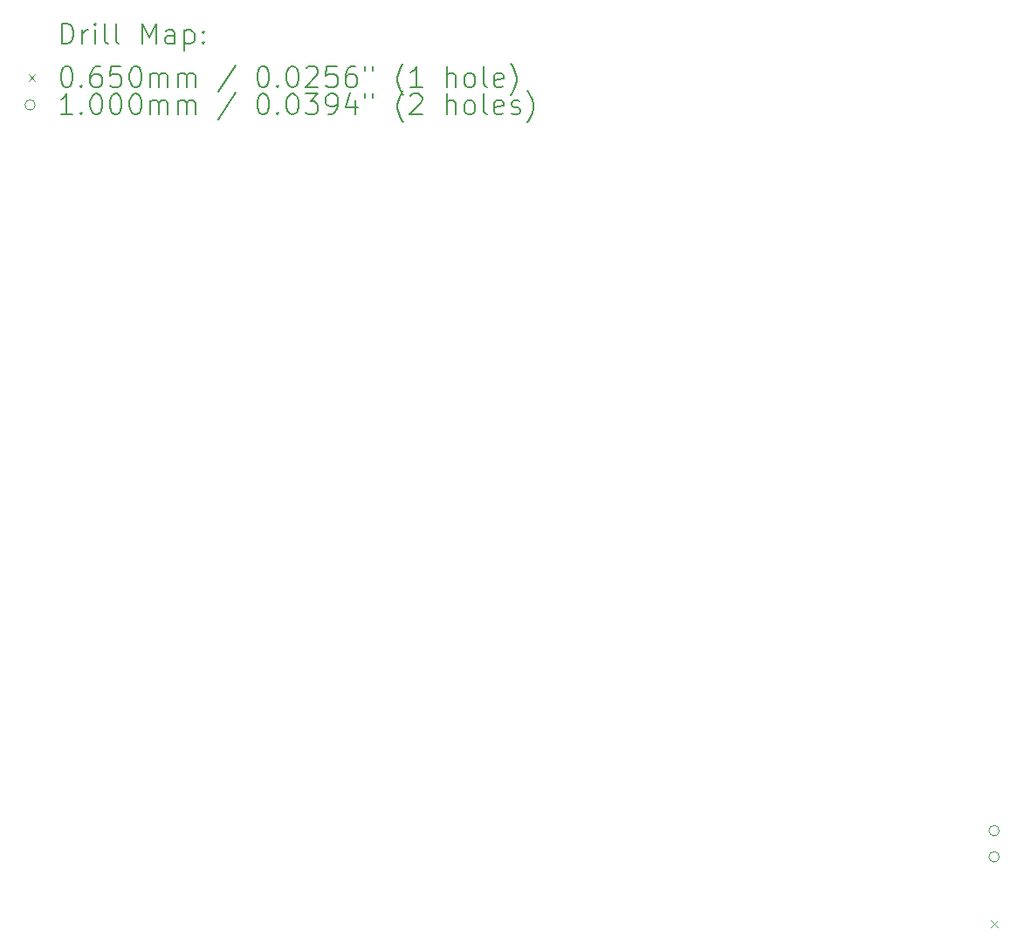
<source format=gbr>
%TF.GenerationSoftware,KiCad,Pcbnew,(6.0.10)*%
%TF.CreationDate,2023-01-16T00:42:21+03:00*%
%TF.ProjectId,stylo,7374796c-6f2e-46b6-9963-61645f706362,rev?*%
%TF.SameCoordinates,Original*%
%TF.FileFunction,Drillmap*%
%TF.FilePolarity,Positive*%
%FSLAX45Y45*%
G04 Gerber Fmt 4.5, Leading zero omitted, Abs format (unit mm)*
G04 Created by KiCad (PCBNEW (6.0.10)) date 2023-01-16 00:42:21*
%MOMM*%
%LPD*%
G01*
G04 APERTURE LIST*
%ADD10C,0.200000*%
%ADD11C,0.065000*%
%ADD12C,0.100000*%
G04 APERTURE END LIST*
D10*
D11*
X9267500Y-8817500D02*
X9332500Y-8882500D01*
X9332500Y-8817500D02*
X9267500Y-8882500D01*
D12*
X9350000Y-7947500D02*
G75*
G03*
X9350000Y-7947500I-50000J0D01*
G01*
X9350000Y-8201500D02*
G75*
G03*
X9350000Y-8201500I-50000J0D01*
G01*
D10*
X257619Y-310476D02*
X257619Y-110476D01*
X305238Y-110476D01*
X333810Y-120000D01*
X352857Y-139048D01*
X362381Y-158095D01*
X371905Y-196190D01*
X371905Y-224762D01*
X362381Y-262857D01*
X352857Y-281905D01*
X333810Y-300952D01*
X305238Y-310476D01*
X257619Y-310476D01*
X457619Y-310476D02*
X457619Y-177143D01*
X457619Y-215238D02*
X467143Y-196190D01*
X476667Y-186667D01*
X495714Y-177143D01*
X514762Y-177143D01*
X581429Y-310476D02*
X581429Y-177143D01*
X581429Y-110476D02*
X571905Y-120000D01*
X581429Y-129524D01*
X590952Y-120000D01*
X581429Y-110476D01*
X581429Y-129524D01*
X705238Y-310476D02*
X686190Y-300952D01*
X676667Y-281905D01*
X676667Y-110476D01*
X810000Y-310476D02*
X790952Y-300952D01*
X781428Y-281905D01*
X781428Y-110476D01*
X1038571Y-310476D02*
X1038571Y-110476D01*
X1105238Y-253333D01*
X1171905Y-110476D01*
X1171905Y-310476D01*
X1352857Y-310476D02*
X1352857Y-205714D01*
X1343333Y-186667D01*
X1324286Y-177143D01*
X1286190Y-177143D01*
X1267143Y-186667D01*
X1352857Y-300952D02*
X1333810Y-310476D01*
X1286190Y-310476D01*
X1267143Y-300952D01*
X1257619Y-281905D01*
X1257619Y-262857D01*
X1267143Y-243809D01*
X1286190Y-234286D01*
X1333810Y-234286D01*
X1352857Y-224762D01*
X1448095Y-177143D02*
X1448095Y-377143D01*
X1448095Y-186667D02*
X1467143Y-177143D01*
X1505238Y-177143D01*
X1524286Y-186667D01*
X1533809Y-196190D01*
X1543333Y-215238D01*
X1543333Y-272381D01*
X1533809Y-291429D01*
X1524286Y-300952D01*
X1505238Y-310476D01*
X1467143Y-310476D01*
X1448095Y-300952D01*
X1629048Y-291429D02*
X1638571Y-300952D01*
X1629048Y-310476D01*
X1619524Y-300952D01*
X1629048Y-291429D01*
X1629048Y-310476D01*
X1629048Y-186667D02*
X1638571Y-196190D01*
X1629048Y-205714D01*
X1619524Y-196190D01*
X1629048Y-186667D01*
X1629048Y-205714D01*
D11*
X-65000Y-607500D02*
X0Y-672500D01*
X0Y-607500D02*
X-65000Y-672500D01*
D10*
X295714Y-530476D02*
X314762Y-530476D01*
X333810Y-540000D01*
X343333Y-549524D01*
X352857Y-568571D01*
X362381Y-606667D01*
X362381Y-654286D01*
X352857Y-692381D01*
X343333Y-711428D01*
X333810Y-720952D01*
X314762Y-730476D01*
X295714Y-730476D01*
X276667Y-720952D01*
X267143Y-711428D01*
X257619Y-692381D01*
X248095Y-654286D01*
X248095Y-606667D01*
X257619Y-568571D01*
X267143Y-549524D01*
X276667Y-540000D01*
X295714Y-530476D01*
X448095Y-711428D02*
X457619Y-720952D01*
X448095Y-730476D01*
X438571Y-720952D01*
X448095Y-711428D01*
X448095Y-730476D01*
X629048Y-530476D02*
X590952Y-530476D01*
X571905Y-540000D01*
X562381Y-549524D01*
X543333Y-578095D01*
X533810Y-616190D01*
X533810Y-692381D01*
X543333Y-711428D01*
X552857Y-720952D01*
X571905Y-730476D01*
X610000Y-730476D01*
X629048Y-720952D01*
X638571Y-711428D01*
X648095Y-692381D01*
X648095Y-644762D01*
X638571Y-625714D01*
X629048Y-616190D01*
X610000Y-606667D01*
X571905Y-606667D01*
X552857Y-616190D01*
X543333Y-625714D01*
X533810Y-644762D01*
X829048Y-530476D02*
X733809Y-530476D01*
X724286Y-625714D01*
X733809Y-616190D01*
X752857Y-606667D01*
X800476Y-606667D01*
X819524Y-616190D01*
X829048Y-625714D01*
X838571Y-644762D01*
X838571Y-692381D01*
X829048Y-711428D01*
X819524Y-720952D01*
X800476Y-730476D01*
X752857Y-730476D01*
X733809Y-720952D01*
X724286Y-711428D01*
X962381Y-530476D02*
X981428Y-530476D01*
X1000476Y-540000D01*
X1010000Y-549524D01*
X1019524Y-568571D01*
X1029048Y-606667D01*
X1029048Y-654286D01*
X1019524Y-692381D01*
X1010000Y-711428D01*
X1000476Y-720952D01*
X981428Y-730476D01*
X962381Y-730476D01*
X943333Y-720952D01*
X933809Y-711428D01*
X924286Y-692381D01*
X914762Y-654286D01*
X914762Y-606667D01*
X924286Y-568571D01*
X933809Y-549524D01*
X943333Y-540000D01*
X962381Y-530476D01*
X1114762Y-730476D02*
X1114762Y-597143D01*
X1114762Y-616190D02*
X1124286Y-606667D01*
X1143333Y-597143D01*
X1171905Y-597143D01*
X1190952Y-606667D01*
X1200476Y-625714D01*
X1200476Y-730476D01*
X1200476Y-625714D02*
X1210000Y-606667D01*
X1229048Y-597143D01*
X1257619Y-597143D01*
X1276667Y-606667D01*
X1286190Y-625714D01*
X1286190Y-730476D01*
X1381429Y-730476D02*
X1381429Y-597143D01*
X1381429Y-616190D02*
X1390952Y-606667D01*
X1410000Y-597143D01*
X1438571Y-597143D01*
X1457619Y-606667D01*
X1467143Y-625714D01*
X1467143Y-730476D01*
X1467143Y-625714D02*
X1476667Y-606667D01*
X1495714Y-597143D01*
X1524286Y-597143D01*
X1543333Y-606667D01*
X1552857Y-625714D01*
X1552857Y-730476D01*
X1943333Y-520952D02*
X1771905Y-778095D01*
X2200476Y-530476D02*
X2219524Y-530476D01*
X2238571Y-540000D01*
X2248095Y-549524D01*
X2257619Y-568571D01*
X2267143Y-606667D01*
X2267143Y-654286D01*
X2257619Y-692381D01*
X2248095Y-711428D01*
X2238571Y-720952D01*
X2219524Y-730476D01*
X2200476Y-730476D01*
X2181429Y-720952D01*
X2171905Y-711428D01*
X2162381Y-692381D01*
X2152857Y-654286D01*
X2152857Y-606667D01*
X2162381Y-568571D01*
X2171905Y-549524D01*
X2181429Y-540000D01*
X2200476Y-530476D01*
X2352857Y-711428D02*
X2362381Y-720952D01*
X2352857Y-730476D01*
X2343333Y-720952D01*
X2352857Y-711428D01*
X2352857Y-730476D01*
X2486190Y-530476D02*
X2505238Y-530476D01*
X2524286Y-540000D01*
X2533810Y-549524D01*
X2543333Y-568571D01*
X2552857Y-606667D01*
X2552857Y-654286D01*
X2543333Y-692381D01*
X2533810Y-711428D01*
X2524286Y-720952D01*
X2505238Y-730476D01*
X2486190Y-730476D01*
X2467143Y-720952D01*
X2457619Y-711428D01*
X2448095Y-692381D01*
X2438571Y-654286D01*
X2438571Y-606667D01*
X2448095Y-568571D01*
X2457619Y-549524D01*
X2467143Y-540000D01*
X2486190Y-530476D01*
X2629048Y-549524D02*
X2638571Y-540000D01*
X2657619Y-530476D01*
X2705238Y-530476D01*
X2724286Y-540000D01*
X2733810Y-549524D01*
X2743333Y-568571D01*
X2743333Y-587619D01*
X2733810Y-616190D01*
X2619524Y-730476D01*
X2743333Y-730476D01*
X2924286Y-530476D02*
X2829048Y-530476D01*
X2819524Y-625714D01*
X2829048Y-616190D01*
X2848095Y-606667D01*
X2895714Y-606667D01*
X2914762Y-616190D01*
X2924286Y-625714D01*
X2933809Y-644762D01*
X2933809Y-692381D01*
X2924286Y-711428D01*
X2914762Y-720952D01*
X2895714Y-730476D01*
X2848095Y-730476D01*
X2829048Y-720952D01*
X2819524Y-711428D01*
X3105238Y-530476D02*
X3067143Y-530476D01*
X3048095Y-540000D01*
X3038571Y-549524D01*
X3019524Y-578095D01*
X3010000Y-616190D01*
X3010000Y-692381D01*
X3019524Y-711428D01*
X3029048Y-720952D01*
X3048095Y-730476D01*
X3086190Y-730476D01*
X3105238Y-720952D01*
X3114762Y-711428D01*
X3124286Y-692381D01*
X3124286Y-644762D01*
X3114762Y-625714D01*
X3105238Y-616190D01*
X3086190Y-606667D01*
X3048095Y-606667D01*
X3029048Y-616190D01*
X3019524Y-625714D01*
X3010000Y-644762D01*
X3200476Y-530476D02*
X3200476Y-568571D01*
X3276667Y-530476D02*
X3276667Y-568571D01*
X3571905Y-806667D02*
X3562381Y-797143D01*
X3543333Y-768571D01*
X3533809Y-749524D01*
X3524286Y-720952D01*
X3514762Y-673333D01*
X3514762Y-635238D01*
X3524286Y-587619D01*
X3533809Y-559048D01*
X3543333Y-540000D01*
X3562381Y-511428D01*
X3571905Y-501905D01*
X3752857Y-730476D02*
X3638571Y-730476D01*
X3695714Y-730476D02*
X3695714Y-530476D01*
X3676667Y-559048D01*
X3657619Y-578095D01*
X3638571Y-587619D01*
X3990952Y-730476D02*
X3990952Y-530476D01*
X4076667Y-730476D02*
X4076667Y-625714D01*
X4067143Y-606667D01*
X4048095Y-597143D01*
X4019524Y-597143D01*
X4000476Y-606667D01*
X3990952Y-616190D01*
X4200476Y-730476D02*
X4181428Y-720952D01*
X4171905Y-711428D01*
X4162381Y-692381D01*
X4162381Y-635238D01*
X4171905Y-616190D01*
X4181428Y-606667D01*
X4200476Y-597143D01*
X4229048Y-597143D01*
X4248095Y-606667D01*
X4257619Y-616190D01*
X4267143Y-635238D01*
X4267143Y-692381D01*
X4257619Y-711428D01*
X4248095Y-720952D01*
X4229048Y-730476D01*
X4200476Y-730476D01*
X4381429Y-730476D02*
X4362381Y-720952D01*
X4352857Y-701905D01*
X4352857Y-530476D01*
X4533810Y-720952D02*
X4514762Y-730476D01*
X4476667Y-730476D01*
X4457619Y-720952D01*
X4448095Y-701905D01*
X4448095Y-625714D01*
X4457619Y-606667D01*
X4476667Y-597143D01*
X4514762Y-597143D01*
X4533810Y-606667D01*
X4543333Y-625714D01*
X4543333Y-644762D01*
X4448095Y-663810D01*
X4610000Y-806667D02*
X4619524Y-797143D01*
X4638571Y-768571D01*
X4648095Y-749524D01*
X4657619Y-720952D01*
X4667143Y-673333D01*
X4667143Y-635238D01*
X4657619Y-587619D01*
X4648095Y-559048D01*
X4638571Y-540000D01*
X4619524Y-511428D01*
X4610000Y-501905D01*
D12*
X0Y-904000D02*
G75*
G03*
X0Y-904000I-50000J0D01*
G01*
D10*
X362381Y-994476D02*
X248095Y-994476D01*
X305238Y-994476D02*
X305238Y-794476D01*
X286190Y-823048D01*
X267143Y-842095D01*
X248095Y-851619D01*
X448095Y-975428D02*
X457619Y-984952D01*
X448095Y-994476D01*
X438571Y-984952D01*
X448095Y-975428D01*
X448095Y-994476D01*
X581429Y-794476D02*
X600476Y-794476D01*
X619524Y-804000D01*
X629048Y-813524D01*
X638571Y-832571D01*
X648095Y-870667D01*
X648095Y-918286D01*
X638571Y-956381D01*
X629048Y-975428D01*
X619524Y-984952D01*
X600476Y-994476D01*
X581429Y-994476D01*
X562381Y-984952D01*
X552857Y-975428D01*
X543333Y-956381D01*
X533810Y-918286D01*
X533810Y-870667D01*
X543333Y-832571D01*
X552857Y-813524D01*
X562381Y-804000D01*
X581429Y-794476D01*
X771905Y-794476D02*
X790952Y-794476D01*
X810000Y-804000D01*
X819524Y-813524D01*
X829048Y-832571D01*
X838571Y-870667D01*
X838571Y-918286D01*
X829048Y-956381D01*
X819524Y-975428D01*
X810000Y-984952D01*
X790952Y-994476D01*
X771905Y-994476D01*
X752857Y-984952D01*
X743333Y-975428D01*
X733809Y-956381D01*
X724286Y-918286D01*
X724286Y-870667D01*
X733809Y-832571D01*
X743333Y-813524D01*
X752857Y-804000D01*
X771905Y-794476D01*
X962381Y-794476D02*
X981428Y-794476D01*
X1000476Y-804000D01*
X1010000Y-813524D01*
X1019524Y-832571D01*
X1029048Y-870667D01*
X1029048Y-918286D01*
X1019524Y-956381D01*
X1010000Y-975428D01*
X1000476Y-984952D01*
X981428Y-994476D01*
X962381Y-994476D01*
X943333Y-984952D01*
X933809Y-975428D01*
X924286Y-956381D01*
X914762Y-918286D01*
X914762Y-870667D01*
X924286Y-832571D01*
X933809Y-813524D01*
X943333Y-804000D01*
X962381Y-794476D01*
X1114762Y-994476D02*
X1114762Y-861143D01*
X1114762Y-880190D02*
X1124286Y-870667D01*
X1143333Y-861143D01*
X1171905Y-861143D01*
X1190952Y-870667D01*
X1200476Y-889714D01*
X1200476Y-994476D01*
X1200476Y-889714D02*
X1210000Y-870667D01*
X1229048Y-861143D01*
X1257619Y-861143D01*
X1276667Y-870667D01*
X1286190Y-889714D01*
X1286190Y-994476D01*
X1381429Y-994476D02*
X1381429Y-861143D01*
X1381429Y-880190D02*
X1390952Y-870667D01*
X1410000Y-861143D01*
X1438571Y-861143D01*
X1457619Y-870667D01*
X1467143Y-889714D01*
X1467143Y-994476D01*
X1467143Y-889714D02*
X1476667Y-870667D01*
X1495714Y-861143D01*
X1524286Y-861143D01*
X1543333Y-870667D01*
X1552857Y-889714D01*
X1552857Y-994476D01*
X1943333Y-784952D02*
X1771905Y-1042095D01*
X2200476Y-794476D02*
X2219524Y-794476D01*
X2238571Y-804000D01*
X2248095Y-813524D01*
X2257619Y-832571D01*
X2267143Y-870667D01*
X2267143Y-918286D01*
X2257619Y-956381D01*
X2248095Y-975428D01*
X2238571Y-984952D01*
X2219524Y-994476D01*
X2200476Y-994476D01*
X2181429Y-984952D01*
X2171905Y-975428D01*
X2162381Y-956381D01*
X2152857Y-918286D01*
X2152857Y-870667D01*
X2162381Y-832571D01*
X2171905Y-813524D01*
X2181429Y-804000D01*
X2200476Y-794476D01*
X2352857Y-975428D02*
X2362381Y-984952D01*
X2352857Y-994476D01*
X2343333Y-984952D01*
X2352857Y-975428D01*
X2352857Y-994476D01*
X2486190Y-794476D02*
X2505238Y-794476D01*
X2524286Y-804000D01*
X2533810Y-813524D01*
X2543333Y-832571D01*
X2552857Y-870667D01*
X2552857Y-918286D01*
X2543333Y-956381D01*
X2533810Y-975428D01*
X2524286Y-984952D01*
X2505238Y-994476D01*
X2486190Y-994476D01*
X2467143Y-984952D01*
X2457619Y-975428D01*
X2448095Y-956381D01*
X2438571Y-918286D01*
X2438571Y-870667D01*
X2448095Y-832571D01*
X2457619Y-813524D01*
X2467143Y-804000D01*
X2486190Y-794476D01*
X2619524Y-794476D02*
X2743333Y-794476D01*
X2676667Y-870667D01*
X2705238Y-870667D01*
X2724286Y-880190D01*
X2733810Y-889714D01*
X2743333Y-908762D01*
X2743333Y-956381D01*
X2733810Y-975428D01*
X2724286Y-984952D01*
X2705238Y-994476D01*
X2648095Y-994476D01*
X2629048Y-984952D01*
X2619524Y-975428D01*
X2838571Y-994476D02*
X2876667Y-994476D01*
X2895714Y-984952D01*
X2905238Y-975428D01*
X2924286Y-946857D01*
X2933809Y-908762D01*
X2933809Y-832571D01*
X2924286Y-813524D01*
X2914762Y-804000D01*
X2895714Y-794476D01*
X2857619Y-794476D01*
X2838571Y-804000D01*
X2829048Y-813524D01*
X2819524Y-832571D01*
X2819524Y-880190D01*
X2829048Y-899238D01*
X2838571Y-908762D01*
X2857619Y-918286D01*
X2895714Y-918286D01*
X2914762Y-908762D01*
X2924286Y-899238D01*
X2933809Y-880190D01*
X3105238Y-861143D02*
X3105238Y-994476D01*
X3057619Y-784952D02*
X3010000Y-927809D01*
X3133809Y-927809D01*
X3200476Y-794476D02*
X3200476Y-832571D01*
X3276667Y-794476D02*
X3276667Y-832571D01*
X3571905Y-1070667D02*
X3562381Y-1061143D01*
X3543333Y-1032571D01*
X3533809Y-1013524D01*
X3524286Y-984952D01*
X3514762Y-937333D01*
X3514762Y-899238D01*
X3524286Y-851619D01*
X3533809Y-823048D01*
X3543333Y-804000D01*
X3562381Y-775428D01*
X3571905Y-765905D01*
X3638571Y-813524D02*
X3648095Y-804000D01*
X3667143Y-794476D01*
X3714762Y-794476D01*
X3733809Y-804000D01*
X3743333Y-813524D01*
X3752857Y-832571D01*
X3752857Y-851619D01*
X3743333Y-880190D01*
X3629048Y-994476D01*
X3752857Y-994476D01*
X3990952Y-994476D02*
X3990952Y-794476D01*
X4076667Y-994476D02*
X4076667Y-889714D01*
X4067143Y-870667D01*
X4048095Y-861143D01*
X4019524Y-861143D01*
X4000476Y-870667D01*
X3990952Y-880190D01*
X4200476Y-994476D02*
X4181428Y-984952D01*
X4171905Y-975428D01*
X4162381Y-956381D01*
X4162381Y-899238D01*
X4171905Y-880190D01*
X4181428Y-870667D01*
X4200476Y-861143D01*
X4229048Y-861143D01*
X4248095Y-870667D01*
X4257619Y-880190D01*
X4267143Y-899238D01*
X4267143Y-956381D01*
X4257619Y-975428D01*
X4248095Y-984952D01*
X4229048Y-994476D01*
X4200476Y-994476D01*
X4381429Y-994476D02*
X4362381Y-984952D01*
X4352857Y-965905D01*
X4352857Y-794476D01*
X4533810Y-984952D02*
X4514762Y-994476D01*
X4476667Y-994476D01*
X4457619Y-984952D01*
X4448095Y-965905D01*
X4448095Y-889714D01*
X4457619Y-870667D01*
X4476667Y-861143D01*
X4514762Y-861143D01*
X4533810Y-870667D01*
X4543333Y-889714D01*
X4543333Y-908762D01*
X4448095Y-927809D01*
X4619524Y-984952D02*
X4638571Y-994476D01*
X4676667Y-994476D01*
X4695714Y-984952D01*
X4705238Y-965905D01*
X4705238Y-956381D01*
X4695714Y-937333D01*
X4676667Y-927809D01*
X4648095Y-927809D01*
X4629048Y-918286D01*
X4619524Y-899238D01*
X4619524Y-889714D01*
X4629048Y-870667D01*
X4648095Y-861143D01*
X4676667Y-861143D01*
X4695714Y-870667D01*
X4771905Y-1070667D02*
X4781429Y-1061143D01*
X4800476Y-1032571D01*
X4810000Y-1013524D01*
X4819524Y-984952D01*
X4829048Y-937333D01*
X4829048Y-899238D01*
X4819524Y-851619D01*
X4810000Y-823048D01*
X4800476Y-804000D01*
X4781429Y-775428D01*
X4771905Y-765905D01*
M02*

</source>
